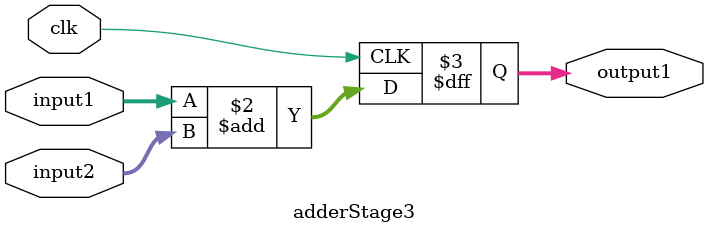
<source format=v>
/*
	Author: Aniket Badhan
	Description: Addition stage 3
*/

`timescale 1ns / 1ps

module adderStage3(
    input [4:0] input1,
    input [4:0] input2,
    output reg [5:0] output1,
    input clk
    //input adderEnable
    );

	always @ (posedge clk) begin
		output1 <= input1 + input2;	
	end
	
endmodule

</source>
